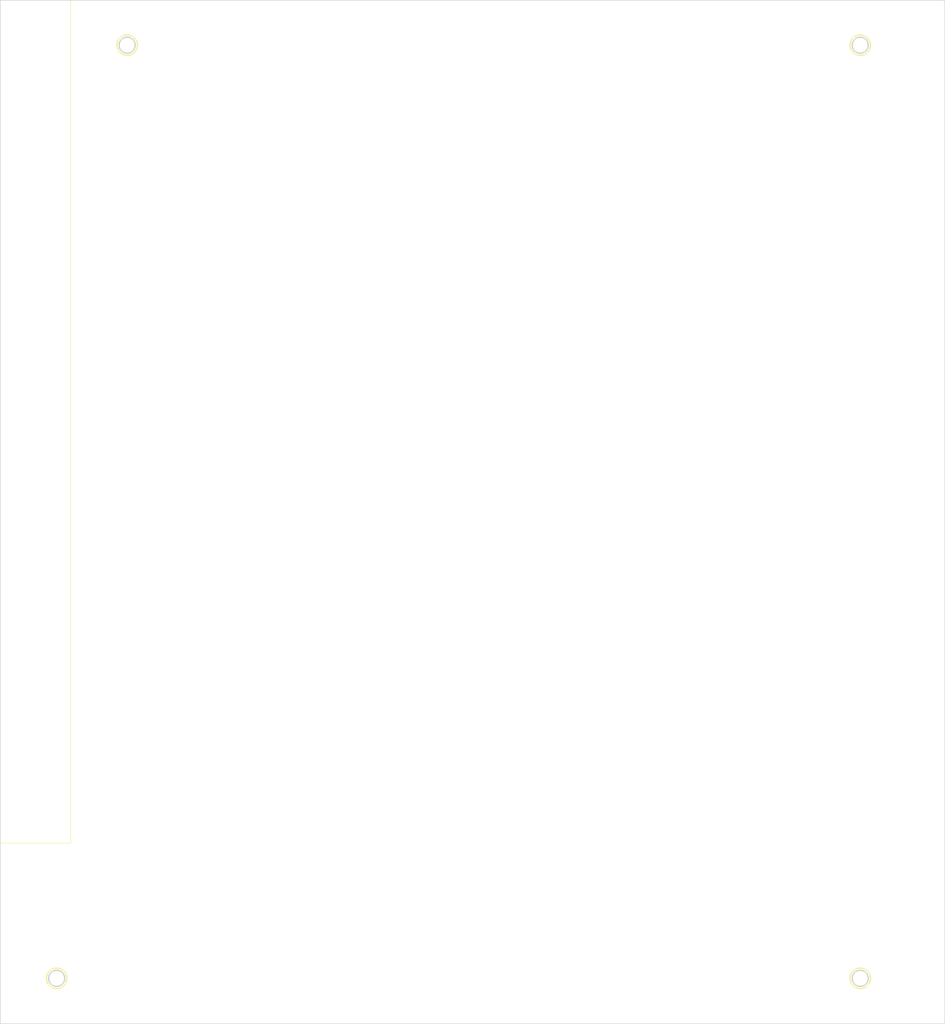
<source format=kicad_pcb>
(kicad_pcb (version 20221018) (generator pcbnew)

  (general
    (thickness 1.6)
  )

  (paper "A4")
  (layers
    (0 "F.Cu" signal)
    (31 "B.Cu" signal)
    (32 "B.Adhes" user "B.Adhesive")
    (33 "F.Adhes" user "F.Adhesive")
    (34 "B.Paste" user)
    (35 "F.Paste" user)
    (36 "B.SilkS" user "B.Silkscreen")
    (37 "F.SilkS" user "F.Silkscreen")
    (38 "B.Mask" user)
    (39 "F.Mask" user)
    (40 "Dwgs.User" user "User.Drawings")
    (41 "Cmts.User" user "User.Comments")
    (42 "Eco1.User" user "User.Eco1")
    (43 "Eco2.User" user "User.Eco2")
    (44 "Edge.Cuts" user)
    (45 "Margin" user)
    (46 "B.CrtYd" user "B.Courtyard")
    (47 "F.CrtYd" user "F.Courtyard")
    (48 "B.Fab" user)
    (49 "F.Fab" user)
    (50 "User.1" user)
    (51 "User.2" user)
    (52 "User.3" user)
    (53 "User.4" user)
    (54 "User.5" user)
    (55 "User.6" user)
    (56 "User.7" user)
    (57 "User.8" user)
    (58 "User.9" user)
  )

  (setup
    (pad_to_mask_clearance 0)
    (pcbplotparams
      (layerselection 0x00010fc_ffffffff)
      (plot_on_all_layers_selection 0x0000000_00000000)
      (disableapertmacros false)
      (usegerberextensions false)
      (usegerberattributes true)
      (usegerberadvancedattributes true)
      (creategerberjobfile true)
      (dashed_line_dash_ratio 12.000000)
      (dashed_line_gap_ratio 3.000000)
      (svgprecision 4)
      (plotframeref false)
      (viasonmask false)
      (mode 1)
      (useauxorigin false)
      (hpglpennumber 1)
      (hpglpenspeed 20)
      (hpglpendiameter 15.000000)
      (dxfpolygonmode true)
      (dxfimperialunits true)
      (dxfusepcbnewfont true)
      (psnegative false)
      (psa4output false)
      (plotreference true)
      (plotvalue true)
      (plotinvisibletext false)
      (sketchpadsonfab false)
      (subtractmaskfromsilk false)
      (outputformat 1)
      (mirror false)
      (drillshape 1)
      (scaleselection 1)
      (outputdirectory "")
    )
  )

  (net 0 "")

  (gr_line (start 47.000085 158.060469) (end 36 158.060469)
    (stroke (width 0.089518) (type solid)) (layer "F.SilkS") (tstamp 0ff9a191-3311-4df3-87c2-fc595bd29632))
  (gr_line (start 47.000085 26.6) (end 47.000085 158.060469)
    (stroke (width 0.089518) (type solid)) (layer "F.SilkS") (tstamp 2500b273-7a88-40aa-96e8-a212dad84b8a))
  (gr_circle (center 170.202345 179.15) (end 171.8 179.15)
    (stroke (width 0.2) (type default)) (fill none) (layer "F.SilkS") (tstamp 60e78296-58a4-4111-94b4-69bc7e9cb385))
  (gr_circle (center 55.802345 33.6) (end 57.4 33.6)
    (stroke (width 0.2) (type default)) (fill none) (layer "F.SilkS") (tstamp 929ef2aa-f41f-4df2-b989-f71e6318e6c9))
  (gr_circle (center 170.202345 33.6) (end 171.8 33.6)
    (stroke (width 0.2) (type default)) (fill none) (layer "F.SilkS") (tstamp 9f933314-bf39-4f21-9539-e41502308cb4))
  (gr_circle (center 44.8 179.15) (end 46.397655 179.15)
    (stroke (width 0.2) (type default)) (fill none) (layer "F.SilkS") (tstamp d077eb77-a78a-4fa0-8df6-65b1da6d128f))
  (gr_circle (center 170.2 179.149487) (end 171.453994 179.149487)
    (stroke (width 0.2) (type default)) (fill none) (layer "Edge.Cuts") (tstamp 081a9e95-01cd-4686-85df-1ca482269452))
  (gr_line (start 36 186.230559) (end 36 26.6)
    (stroke (width 0.089518) (type solid)) (layer "Edge.Cuts") (tstamp 0cf7bd90-4434-4976-8d8b-5058bf698f60))
  (gr_line (start 183.40114 26.6) (end 183.40114 186.230559)
    (stroke (width 0.089518) (type solid)) (layer "Edge.Cuts") (tstamp 140af0df-63f5-4a2f-9b7b-7689bea7fbbc))
  (gr_line (start 36 26.6) (end 183.40114 26.6)
    (stroke (width 0.089518) (type solid)) (layer "Edge.Cuts") (tstamp 39f73563-4f94-4aa9-87f9-ca8527be9295))
  (gr_circle (center 170.2 33.603993) (end 171.453994 33.603993)
    (stroke (width 0.2) (type default)) (fill none) (layer "Edge.Cuts") (tstamp 8498ed50-d4ec-47c1-a6c9-3980020da986))
  (gr_line (start 183.40114 186.230559) (end 36 186.230559)
    (stroke (width 0.089518) (type solid)) (layer "Edge.Cuts") (tstamp 9951d254-4765-4449-89f2-8492e236e794))
  (gr_circle (center 44.799018 179.149487) (end 46.053012 179.149487)
    (stroke (width 0.2) (type default)) (fill none) (layer "Edge.Cuts") (tstamp 9b03122a-e65e-4d85-937e-dded0f9d27a1))
  (gr_circle (center 55.799104 33.603993) (end 57.053098 33.603993)
    (stroke (width 0.2) (type default)) (fill none) (layer "Edge.Cuts") (tstamp eb63b637-eb79-4288-9cf3-134f5e1bbab8))

)

</source>
